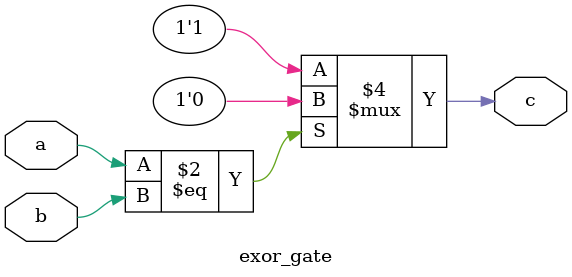
<source format=v>
module exor_gate (
    input a,b,output reg c
);
    always @(*) begin
        if (a==b) begin
            c=1'b0;
        end else begin
            c=1'b1;
        end
    end
endmodule


// output 0 , when both the input is are same
</source>
